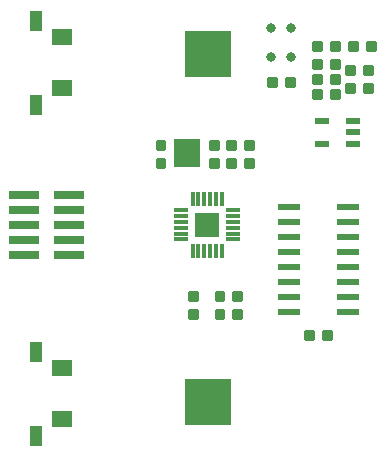
<source format=gtp>
G75*
%MOIN*%
%OFA0B0*%
%FSLAX24Y24*%
%IPPOS*%
%LPD*%
%AMOC8*
5,1,8,0,0,1.08239X$1,22.5*
%
%ADD10R,0.0118X0.0472*%
%ADD11R,0.0472X0.0118*%
%ADD12R,0.0472X0.0120*%
%ADD13R,0.0800X0.0800*%
%ADD14R,0.0984X0.0295*%
%ADD15C,0.0088*%
%ADD16R,0.0472X0.0217*%
%ADD17C,0.0315*%
%ADD18R,0.0700X0.0550*%
%ADD19R,0.0400X0.0700*%
%ADD20R,0.0780X0.0220*%
%ADD21R,0.1575X0.1575*%
%ADD22R,0.0500X0.0250*%
%ADD23R,0.0900X0.0960*%
D10*
X009441Y009413D03*
X009631Y009413D03*
X009831Y009413D03*
X010031Y009413D03*
X010231Y009413D03*
X010421Y009413D03*
X010421Y011145D03*
X010231Y011145D03*
X010031Y011145D03*
X009831Y011145D03*
X009631Y011145D03*
X009441Y011145D03*
D11*
X009065Y010769D03*
X009065Y010579D03*
X009065Y010379D03*
X009065Y010179D03*
X010797Y010179D03*
X010797Y009979D03*
X010797Y009789D03*
X010797Y010379D03*
X010797Y010579D03*
X010797Y010769D03*
D12*
X009065Y009979D03*
X009065Y009789D03*
D13*
X009931Y010279D03*
D14*
X005317Y010261D03*
X005317Y010761D03*
X005317Y011261D03*
X003817Y011261D03*
X003817Y010761D03*
X003817Y010261D03*
X003817Y009761D03*
X003817Y009261D03*
X005317Y009261D03*
X005317Y009761D03*
D15*
X008237Y012192D02*
X008237Y012454D01*
X008499Y012454D01*
X008499Y012192D01*
X008237Y012192D01*
X008237Y012279D02*
X008499Y012279D01*
X008499Y012366D02*
X008237Y012366D01*
X008237Y012453D02*
X008499Y012453D01*
X008237Y012792D02*
X008237Y013054D01*
X008499Y013054D01*
X008499Y012792D01*
X008237Y012792D01*
X008237Y012879D02*
X008499Y012879D01*
X008499Y012966D02*
X008237Y012966D01*
X008237Y013053D02*
X008499Y013053D01*
X010008Y013054D02*
X010008Y012792D01*
X010008Y013054D02*
X010270Y013054D01*
X010270Y012792D01*
X010008Y012792D01*
X010008Y012879D02*
X010270Y012879D01*
X010270Y012966D02*
X010008Y012966D01*
X010008Y013053D02*
X010270Y013053D01*
X010599Y013054D02*
X010599Y012792D01*
X010599Y013054D02*
X010861Y013054D01*
X010861Y012792D01*
X010599Y012792D01*
X010599Y012879D02*
X010861Y012879D01*
X010861Y012966D02*
X010599Y012966D01*
X010599Y013053D02*
X010861Y013053D01*
X011189Y013054D02*
X011189Y012792D01*
X011189Y013054D02*
X011451Y013054D01*
X011451Y012792D01*
X011189Y012792D01*
X011189Y012879D02*
X011451Y012879D01*
X011451Y012966D02*
X011189Y012966D01*
X011189Y013053D02*
X011451Y013053D01*
X011189Y012454D02*
X011189Y012192D01*
X011189Y012454D02*
X011451Y012454D01*
X011451Y012192D01*
X011189Y012192D01*
X011189Y012279D02*
X011451Y012279D01*
X011451Y012366D02*
X011189Y012366D01*
X011189Y012453D02*
X011451Y012453D01*
X010599Y012454D02*
X010599Y012192D01*
X010599Y012454D02*
X010861Y012454D01*
X010861Y012192D01*
X010599Y012192D01*
X010599Y012279D02*
X010861Y012279D01*
X010861Y012366D02*
X010599Y012366D01*
X010599Y012453D02*
X010861Y012453D01*
X010008Y012454D02*
X010008Y012192D01*
X010008Y012454D02*
X010270Y012454D01*
X010270Y012192D01*
X010008Y012192D01*
X010008Y012279D02*
X010270Y012279D01*
X010270Y012366D02*
X010008Y012366D01*
X010008Y012453D02*
X010270Y012453D01*
X011952Y015180D02*
X012214Y015180D01*
X012214Y014918D01*
X011952Y014918D01*
X011952Y015180D01*
X011952Y015005D02*
X012214Y015005D01*
X012214Y015092D02*
X011952Y015092D01*
X011952Y015179D02*
X012214Y015179D01*
X012552Y015180D02*
X012814Y015180D01*
X012814Y014918D01*
X012552Y014918D01*
X012552Y015180D01*
X012552Y015005D02*
X012814Y015005D01*
X012814Y015092D02*
X012552Y015092D01*
X012552Y015179D02*
X012814Y015179D01*
X013452Y015018D02*
X013714Y015018D01*
X013452Y015018D02*
X013452Y015280D01*
X013714Y015280D01*
X013714Y015018D01*
X013714Y015105D02*
X013452Y015105D01*
X013452Y015192D02*
X013714Y015192D01*
X013714Y015279D02*
X013452Y015279D01*
X013452Y015780D02*
X013714Y015780D01*
X013714Y015518D01*
X013452Y015518D01*
X013452Y015780D01*
X013452Y015605D02*
X013714Y015605D01*
X013714Y015692D02*
X013452Y015692D01*
X013452Y015779D02*
X013714Y015779D01*
X013714Y016118D02*
X013452Y016118D01*
X013452Y016380D01*
X013714Y016380D01*
X013714Y016118D01*
X013714Y016205D02*
X013452Y016205D01*
X013452Y016292D02*
X013714Y016292D01*
X013714Y016379D02*
X013452Y016379D01*
X014052Y016118D02*
X014314Y016118D01*
X014052Y016118D02*
X014052Y016380D01*
X014314Y016380D01*
X014314Y016118D01*
X014314Y016205D02*
X014052Y016205D01*
X014052Y016292D02*
X014314Y016292D01*
X014314Y016379D02*
X014052Y016379D01*
X014052Y015780D02*
X014314Y015780D01*
X014314Y015518D01*
X014052Y015518D01*
X014052Y015780D01*
X014052Y015605D02*
X014314Y015605D01*
X014314Y015692D02*
X014052Y015692D01*
X014052Y015779D02*
X014314Y015779D01*
X014552Y015318D02*
X014814Y015318D01*
X014552Y015318D02*
X014552Y015580D01*
X014814Y015580D01*
X014814Y015318D01*
X014814Y015405D02*
X014552Y015405D01*
X014552Y015492D02*
X014814Y015492D01*
X014814Y015579D02*
X014552Y015579D01*
X014314Y015018D02*
X014052Y015018D01*
X014052Y015280D01*
X014314Y015280D01*
X014314Y015018D01*
X014314Y015105D02*
X014052Y015105D01*
X014052Y015192D02*
X014314Y015192D01*
X014314Y015279D02*
X014052Y015279D01*
X014052Y014780D02*
X014314Y014780D01*
X014314Y014518D01*
X014052Y014518D01*
X014052Y014780D01*
X014052Y014605D02*
X014314Y014605D01*
X014314Y014692D02*
X014052Y014692D01*
X014052Y014779D02*
X014314Y014779D01*
X014552Y014980D02*
X014814Y014980D01*
X014814Y014718D01*
X014552Y014718D01*
X014552Y014980D01*
X014552Y014805D02*
X014814Y014805D01*
X014814Y014892D02*
X014552Y014892D01*
X014552Y014979D02*
X014814Y014979D01*
X015152Y014980D02*
X015414Y014980D01*
X015414Y014718D01*
X015152Y014718D01*
X015152Y014980D01*
X015152Y014805D02*
X015414Y014805D01*
X015414Y014892D02*
X015152Y014892D01*
X015152Y014979D02*
X015414Y014979D01*
X015414Y015318D02*
X015152Y015318D01*
X015152Y015580D01*
X015414Y015580D01*
X015414Y015318D01*
X015414Y015405D02*
X015152Y015405D01*
X015152Y015492D02*
X015414Y015492D01*
X015414Y015579D02*
X015152Y015579D01*
X015252Y016380D02*
X015514Y016380D01*
X015514Y016118D01*
X015252Y016118D01*
X015252Y016380D01*
X015252Y016205D02*
X015514Y016205D01*
X015514Y016292D02*
X015252Y016292D01*
X015252Y016379D02*
X015514Y016379D01*
X014914Y016380D02*
X014652Y016380D01*
X014914Y016380D02*
X014914Y016118D01*
X014652Y016118D01*
X014652Y016380D01*
X014652Y016205D02*
X014914Y016205D01*
X014914Y016292D02*
X014652Y016292D01*
X014652Y016379D02*
X014914Y016379D01*
X013714Y014780D02*
X013452Y014780D01*
X013714Y014780D02*
X013714Y014518D01*
X013452Y014518D01*
X013452Y014780D01*
X013452Y014605D02*
X013714Y014605D01*
X013714Y014692D02*
X013452Y014692D01*
X013452Y014779D02*
X013714Y014779D01*
X011058Y008034D02*
X011058Y007772D01*
X010796Y007772D01*
X010796Y008034D01*
X011058Y008034D01*
X011058Y007859D02*
X010796Y007859D01*
X010796Y007946D02*
X011058Y007946D01*
X011058Y008033D02*
X010796Y008033D01*
X010467Y008034D02*
X010467Y007772D01*
X010205Y007772D01*
X010205Y008034D01*
X010467Y008034D01*
X010467Y007859D02*
X010205Y007859D01*
X010205Y007946D02*
X010467Y007946D01*
X010467Y008033D02*
X010205Y008033D01*
X010467Y007434D02*
X010467Y007172D01*
X010205Y007172D01*
X010205Y007434D01*
X010467Y007434D01*
X010467Y007259D02*
X010205Y007259D01*
X010205Y007346D02*
X010467Y007346D01*
X010467Y007433D02*
X010205Y007433D01*
X011058Y007434D02*
X011058Y007172D01*
X010796Y007172D01*
X010796Y007434D01*
X011058Y007434D01*
X011058Y007259D02*
X010796Y007259D01*
X010796Y007346D02*
X011058Y007346D01*
X011058Y007433D02*
X010796Y007433D01*
X009581Y007434D02*
X009581Y007172D01*
X009319Y007172D01*
X009319Y007434D01*
X009581Y007434D01*
X009581Y007259D02*
X009319Y007259D01*
X009319Y007346D02*
X009581Y007346D01*
X009581Y007433D02*
X009319Y007433D01*
X009581Y007772D02*
X009581Y008034D01*
X009581Y007772D02*
X009319Y007772D01*
X009319Y008034D01*
X009581Y008034D01*
X009581Y007859D02*
X009319Y007859D01*
X009319Y007946D02*
X009581Y007946D01*
X009581Y008033D02*
X009319Y008033D01*
X013185Y006471D02*
X013447Y006471D01*
X013185Y006471D02*
X013185Y006733D01*
X013447Y006733D01*
X013447Y006471D01*
X013447Y006558D02*
X013185Y006558D01*
X013185Y006645D02*
X013447Y006645D01*
X013447Y006732D02*
X013185Y006732D01*
X013785Y006471D02*
X014047Y006471D01*
X013785Y006471D02*
X013785Y006733D01*
X014047Y006733D01*
X014047Y006471D01*
X014047Y006558D02*
X013785Y006558D01*
X013785Y006645D02*
X014047Y006645D01*
X014047Y006732D02*
X013785Y006732D01*
D16*
X013761Y012981D03*
X013761Y013729D03*
X014785Y013729D03*
X014785Y013355D03*
X014785Y012981D03*
D17*
X012707Y015865D03*
X012058Y015865D03*
X012058Y016833D03*
X012707Y016833D03*
D18*
X005081Y016524D03*
X005081Y014824D03*
X005081Y005500D03*
X005081Y003800D03*
D19*
X004231Y003250D03*
X004231Y006050D03*
X004231Y014274D03*
X004231Y017074D03*
D20*
X012665Y010881D03*
X012665Y010381D03*
X012665Y009881D03*
X012665Y009381D03*
X012665Y008881D03*
X012665Y008381D03*
X012665Y007881D03*
X012665Y007381D03*
X014605Y007381D03*
X014605Y007881D03*
X014605Y008381D03*
X014605Y008881D03*
X014605Y009381D03*
X014605Y009881D03*
X014605Y010381D03*
X014605Y010881D03*
D21*
X009943Y015969D03*
X009943Y004355D03*
D22*
X009238Y012500D03*
X009238Y012824D03*
D23*
X009238Y012662D03*
M02*

</source>
